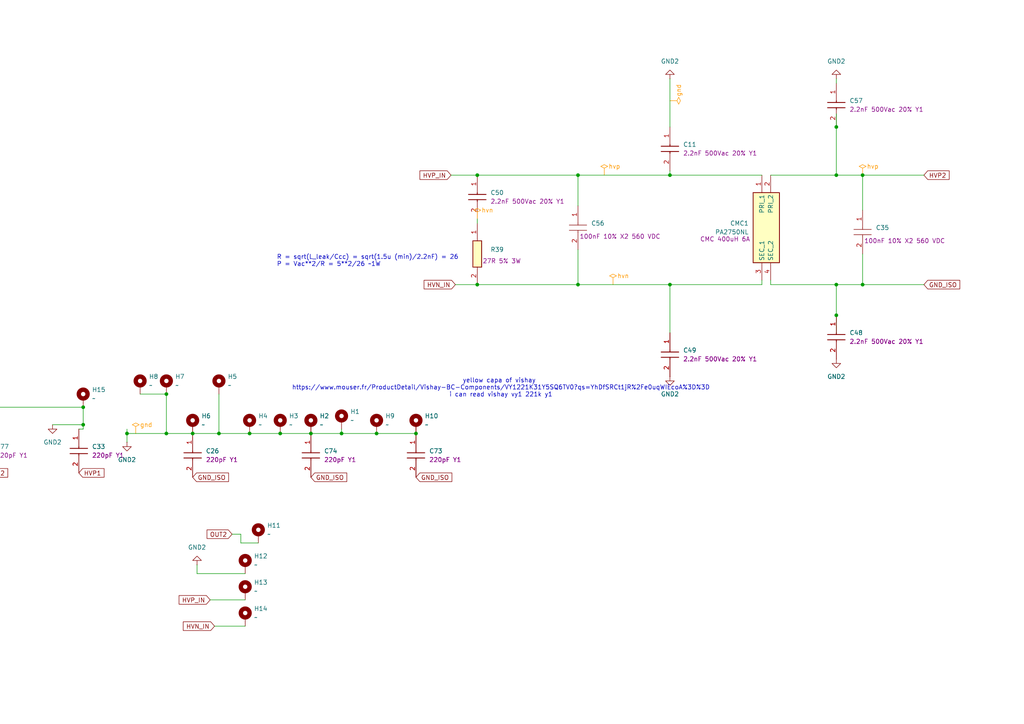
<source format=kicad_sch>
(kicad_sch (version 20250114) (generator "eeschema") (generator_version "9.0")
  (paper "A4")
  (lib_symbols
    (symbol "B81123C1222M:B81123C1222M" (pin_names (hide yes))
      (property "Reference" "C" (at 8.89 6.35 0))
      (property "Value" "B81123C1222M" (at 8.89 3.81 0))
      (symbol "B81123C1222M_1_1"
        (polyline (pts (xy 5.08 0) (xy 5.588 0)) (stroke (width 0.254)))
        (polyline (pts (xy 5.588 2.54) (xy 5.588 -2.54)) (stroke (width 0.254)))
        (polyline (pts (xy 7.112 2.54) (xy 7.112 -2.54)) (stroke (width 0.254)))
        (polyline (pts (xy 7.112 0) (xy 7.62 0)) (stroke (width 0.254)))
        (pin passive line (at 0 0 0) (length 5.08) (name "1") (number "1"))
        (pin passive line (at 12.7 0 180) (length 5.08) (name "2") (number "2"))
      )
    )
    (symbol "LTR100JZPJ270:LTR100JZPJ270" (pin_names (hide yes))
      (property "Reference" "R" (at 13.97 6.35 0))
      (property "Value" "LTR100JZPJ270" (at 13.97 3.81 0))
      (symbol "LTR100JZPJ270_1_1"
        (rectangle (start 5.08 1.27) (end 12.7 -1.27) (stroke (width 0.254)) (fill (type background)))
        (pin passive line (at 0 0 0) (length 5.08) (name "1") (number "1"))
        (pin passive line (at 17.78 0 180) (length 5.08) (name "2") (number "2"))
      )
    )
    (symbol "Mechanical:MountingHole_Pad" (pin_numbers (hide yes)) (pin_names (offset 1.016) (hide yes)) (in_bom no)
      (property "Reference" "H" (at 0 6.35 0))
      (property "Value" "MountingHole_Pad" (at 0 4.445 0))
      (symbol "MountingHole_Pad_0_1"
        (circle (center 0 1.27) (radius 1.27) (stroke (width 1.27)))
      )
      (symbol "MountingHole_Pad_1_1"
        (pin input line (at 0 -2.54 90) (length 2.54) (name "1") (number "1"))
      )
    )
    (symbol "PA2750NL:PA2750NL"
      (property "Reference" "FL" (at 26.67 7.62 0))
      (property "Value" "PA2750NL" (at 26.67 5.08 0))
      (symbol "PA2750NL_1_1"
        (rectangle (start 5.08 2.54) (end 25.4 -5.08) (stroke (width 0.254)) (fill (type background)))
        (pin passive line (at 0 0 0) (length 5.08) (name "PRI_1") (number "1"))
        (pin passive line (at 0 -2.54 0) (length 5.08) (name "PRI_2") (number "2"))
        (pin passive line (at 30.48 0 180) (length 5.08) (name "SEC_1") (number "3"))
        (pin passive line (at 30.48 -2.54 180) (length 5.08) (name "SEC_2") (number "4"))
      )
    )
    (symbol "R46KI310050M1K:R46KI310050M1K" (pin_names (offset 0.762))
      (property "Reference" "C" (at 8.89 6.35 0))
      (property "Value" "R46KI310050M1K" (at 8.89 3.81 0))
      (symbol "R46KI310050M1K_0_0"
        (pin passive line (at 0 0 0) (length 5.08) (name "~") (number "1"))
        (pin passive line (at 12.7 0 180) (length 5.08) (name "~") (number "2"))
      )
      (symbol "R46KI310050M1K_0_1"
        (polyline (pts (xy 5.08 0) (xy 5.588 0)) (stroke (width 0.1524)))
        (polyline (pts (xy 5.588 2.54) (xy 5.588 -2.54)) (stroke (width 0.1524)))
        (polyline (pts (xy 7.112 2.54) (xy 7.112 -2.54)) (stroke (width 0.1524)))
        (polyline (pts (xy 7.112 0) (xy 7.62 0)) (stroke (width 0.1524)))
      )
    )
    (symbol "power:GND2" (power) (pin_numbers (hide yes)) (pin_names (offset 0) (hide yes))
      (property "Value" "GND2" (at 0 -3.81 0))
      (symbol "GND2_0_1"
        (polyline (pts (xy 0 0) (xy 0 -1.27) (xy 1.27 -1.27) (xy 0 -2.54) (xy -1.27 -1.27) (xy 0 -1.27)))
      )
      (symbol "GND2_1_1"
        (pin power_in line (at 0 0 270) (length 0) (name "~") (number "1"))
      )
    )
  )
  (text "R = sqrt(L_leak/Ccc) = sqrt(1.5u (min)/2.2nF) = 26\nP = Vac**2/R = 5**2/26 ~1W" (at 80.264 75.692 0) (effects (font (size 1.27 1.27)) (justify left)))
  (text "yellow capa of vishay \nhttps://www.mouser.fr/ProductDetail/Vishay-BC-Components/VY1221K31Y5SQ6TV0?qs=YhDfSRCt1jR%2Fe0uqWIEcoA%3D%3D\ni can read vishay vy1 221k y1" (at 145.288 112.522 0) (effects (font (size 1.27 1.27))))
  (junction (at 138.43 82.55))
  (junction (at 24.13 118.11))
  (junction (at 138.43 50.8))
  (junction (at 48.26 114.3))
  (junction (at 36.83 125.73))
  (junction (at 250.19 82.55))
  (junction (at 167.64 50.8))
  (junction (at 90.17 125.73))
  (junction (at 250.19 50.8))
  (junction (at 48.26 125.73))
  (junction (at 109.22 125.73))
  (junction (at 242.57 82.55))
  (junction (at 242.57 91.44))
  (junction (at 81.28 125.73))
  (junction (at 242.57 36.83))
  (junction (at -3.81 123.19))
  (junction (at 63.5 125.73))
  (junction (at 194.31 50.8))
  (junction (at 72.39 125.73))
  (junction (at 242.57 50.8))
  (junction (at 194.31 82.55))
  (junction (at 167.64 82.55))
  (junction (at 99.06 125.73))
  (junction (at 120.65 125.73))
  (junction (at 55.88 125.73))
  (junction (at 24.13 123.19))
  (wire (pts (xy 242.57 82.55) (xy 242.57 91.44)))
  (wire (pts (xy -12.7 123.19) (xy -3.81 123.19)))
  (wire (pts (xy 48.26 114.3) (xy 48.26 125.73)))
  (wire (pts (xy 48.26 125.73) (xy 55.88 125.73)))
  (wire (pts (xy 242.57 91.44) (xy 242.57 96.52)))
  (wire (pts (xy 250.19 73.66) (xy 250.19 82.55)))
  (wire (pts (xy 63.5 114.3) (xy 63.5 125.73)))
  (wire (pts (xy 242.57 33.02) (xy 242.57 36.83)))
  (wire (pts (xy 36.83 125.73) (xy 48.26 125.73)))
  (wire (pts (xy 242.57 50.8) (xy 250.19 50.8)))
  (wire (pts (xy 138.43 82.55) (xy 167.64 82.55)))
  (wire (pts (xy 242.57 82.55) (xy 250.19 82.55)))
  (wire (pts (xy 167.64 50.8) (xy 167.64 59.69)))
  (wire (pts (xy 24.13 124.46) (xy 22.86 124.46)))
  (wire (pts (xy 250.19 50.8) (xy 250.19 60.96)))
  (wire (pts (xy 194.31 22.86) (xy 194.31 36.83)))
  (wire (pts (xy 57.15 163.83) (xy 57.15 166.37)))
  (wire (pts (xy 24.13 123.19) (xy 24.13 124.46)))
  (wire (pts (xy 130.81 50.8) (xy 138.43 50.8)))
  (wire (pts (xy 99.06 125.73) (xy 109.22 125.73)))
  (wire (pts (xy 194.31 50.8) (xy 220.98 50.8)))
  (wire (pts (xy 138.43 64.77) (xy 138.43 63.5)))
  (wire (pts (xy 194.31 96.52) (xy 194.31 82.55)))
  (wire (pts (xy 132.08 82.55) (xy 138.43 82.55)))
  (wire (pts (xy 36.83 125.73) (xy 36.83 128.27)))
  (wire (pts (xy 57.15 166.37) (xy 71.12 166.37)))
  (wire (pts (xy 220.98 82.55) (xy 220.98 81.28)))
  (wire (pts (xy 109.22 125.73) (xy 120.65 125.73)))
  (wire (pts (xy 242.57 22.86) (xy 242.57 24.13)))
  (wire (pts (xy 67.31 154.94) (xy 69.85 154.94)))
  (wire (pts (xy 24.13 118.11) (xy 24.13 123.19)))
  (wire (pts (xy 99.06 125.73) (xy 99.06 124.46)))
  (wire (pts (xy 55.88 125.73) (xy 63.5 125.73)))
  (wire (pts (xy 90.17 125.73) (xy 99.06 125.73)))
  (wire (pts (xy -3.81 118.11) (xy 24.13 118.11)))
  (wire (pts (xy 167.64 82.55) (xy 194.31 82.55)))
  (wire (pts (xy 223.52 82.55) (xy 242.57 82.55)))
  (wire (pts (xy 223.52 50.8) (xy 242.57 50.8)))
  (wire (pts (xy -3.81 124.46) (xy -5.08 124.46)))
  (wire (pts (xy 15.24 123.19) (xy 24.13 123.19)))
  (wire (pts (xy 250.19 82.55) (xy 267.97 82.55)))
  (wire (pts (xy 138.43 50.8) (xy 167.64 50.8)))
  (wire (pts (xy 69.85 157.48) (xy 74.93 157.48)))
  (wire (pts (xy 194.31 49.53) (xy 194.31 50.8)))
  (wire (pts (xy 60.96 173.99) (xy 71.12 173.99)))
  (wire (pts (xy 167.64 72.39) (xy 167.64 82.55)))
  (wire (pts (xy 223.52 82.55) (xy 223.52 81.28)))
  (wire (pts (xy 250.19 50.8) (xy 267.97 50.8)))
  (wire (pts (xy 81.28 125.73) (xy 90.17 125.73)))
  (wire (pts (xy 242.57 36.83) (xy 242.57 50.8)))
  (wire (pts (xy 36.83 124.46) (xy 36.83 125.73)))
  (wire (pts (xy 167.64 50.8) (xy 194.31 50.8)))
  (wire (pts (xy 194.31 82.55) (xy 220.98 82.55)))
  (wire (pts (xy 63.5 125.73) (xy 72.39 125.73)))
  (wire (pts (xy 40.64 114.3) (xy 48.26 114.3)))
  (wire (pts (xy 69.85 154.94) (xy 69.85 157.48)))
  (wire (pts (xy -3.81 118.11) (xy -3.81 123.19)))
  (wire (pts (xy 72.39 125.73) (xy 81.28 125.73)))
  (wire (pts (xy 62.23 181.61) (xy 71.12 181.61)))
  (wire (pts (xy -3.81 123.19) (xy -3.81 124.46)))
  (global_label "HVP2" (shape input) (at -5.08 137.16 0) (property "Intersheetrefs" "${INTERSHEET_REFS}" (effects (hide yes))))
  (global_label "HVP_IN" (shape input) (at 60.96 173.99 180) (property "Intersheetrefs" "${INTERSHEET_REFS}" (effects (hide yes))))
  (global_label "HVN_IN" (shape input) (at 132.08 82.55 180) (property "Intersheetrefs" "${INTERSHEET_REFS}" (effects (hide yes))))
  (global_label "GND_ISO" (shape input) (at 120.65 138.43 0) (property "Intersheetrefs" "${INTERSHEET_REFS}" (effects (hide yes))))
  (global_label "GND_ISO" (shape input) (at 55.88 138.43 0) (property "Intersheetrefs" "${INTERSHEET_REFS}" (effects (hide yes))))
  (global_label "HVP2" (shape input) (at 267.97 50.8 0) (property "Intersheetrefs" "${INTERSHEET_REFS}" (effects (hide yes))))
  (global_label "HVP1" (shape input) (at 22.86 137.16 0) (property "Intersheetrefs" "${INTERSHEET_REFS}" (effects (hide yes))))
  (global_label "OUT2" (shape input) (at 67.31 154.94 180) (property "Intersheetrefs" "${INTERSHEET_REFS}" (effects (hide yes))))
  (global_label "GND_ISO" (shape input) (at 90.17 138.43 0) (property "Intersheetrefs" "${INTERSHEET_REFS}" (effects (hide yes))))
  (global_label "HVP_IN" (shape input) (at 130.81 50.8 180) (property "Intersheetrefs" "${INTERSHEET_REFS}" (effects (hide yes))))
  (global_label "HVN_IN" (shape input) (at 62.23 181.61 180) (property "Intersheetrefs" "${INTERSHEET_REFS}" (effects (hide yes))))
  (global_label "GND_ISO" (shape input) (at 267.97 82.55 0) (property "Intersheetrefs" "${INTERSHEET_REFS}" (effects (hide yes))))
  (netclass_flag "" (length 2.54) (shape diamond) (at 250.19 50.8 0) (property "Netclass" "hvp" (at 251.3965 48.26 0) (effects (justify left))))
  (netclass_flag "" (length 2.54) (shape diamond) (at 175.26 50.8 0) (property "Netclass" "hvp" (at 176.4665 48.26 0) (effects (justify left))))
  (netclass_flag "" (length 2.54) (shape diamond) (at 39.37 125.73 0) (property "Netclass" "gnd" (at 40.5765 123.19 0) (effects (justify left))))
  (netclass_flag "" (length 2.54) (shape diamond) (at 194.31 29.21 270) (property "Netclass" "gnd" (at 196.85 28.0035 90) (effects (justify left))))
  (netclass_flag "" (length 2.54) (shape diamond) (at 177.8 82.55 0) (property "Netclass" "hvn" (at 179.0065 80.01 0) (effects (justify left))))
  (netclass_flag "" (length 2.54) (shape diamond) (at 138.43 63.5 0) (property "Netclass" "hvn" (at 139.6365 60.96 0) (effects (justify left))))
  (symbol (lib_id "B81123C1222M:B81123C1222M") (at 242.57 24.13 270) (unit 1)
    (property "Reference" "C57" (at 246.38 29.2099 90) (effects (justify left)))
    (property "Value" "B81123C1222M" (effects (hide yes)))
    (property "Footprint" "B81123C1222M:B81123C1222M" (effects (hide yes)))
    (property "Datasheet" "https://en.tdk-electronics.tdk.com/inf/20/20/db/fc_2009/Y1_B81123.pdf" (effects (hide yes)))
    (property "Description" "2.2nF 500Vac 20% Y1" (at 246.38 31.7499 90) (effects (justify left)))
    (property "Height" "12.5" (effects (hide yes)))
    (property "Mouser Part Number" "871-B81123C1222M" (effects (hide yes)))
    (property "Mouser Price/Stock" "https://www.mouser.co.uk/ProductDetail/EPCOS-TDK/B81123C1222M?qs=Gus83tocK7veFAufT0DP%2FQ%3D%3D" (effects (hide yes)))
    (property "Manufacturer_Name" "TDK" (effects (hide yes)))
    (property "Manufacturer_Part_Number" "B81123C1222M" (effects (hide yes)))
  )
  (symbol (lib_id "Mechanical:MountingHole_Pad") (at 71.12 171.45 0) (unit 1) (in_bom no)
    (property "Reference" "H13" (at 73.66 168.9099 0) (effects (justify left)))
    (property "Value" "~" (at 73.66 171.4499 0) (effects (justify left)))
    (property "Footprint" "MountingHole:MountingHole_4.5mm_Pad_Via" (effects (hide yes)))
    (property "Description" "Mounting Hole with connection" (effects (hide yes)))
  )
  (symbol (lib_id "B81123C1222M:B81123C1222M") (at 22.86 124.46 270) (unit 1)
    (property "Reference" "C33" (at 26.67 129.5399 90) (effects (justify left)))
    (property "Value" "VY1221K31Y5SQ6TV0" (effects (hide yes)))
    (property "Footprint" "Capacitor_THT:C_Disc_D7.5mm_W5.0mm_P10.00mm" (effects (hide yes)))
    (property "Datasheet" "https://www.vishay.com/docs/28537/vy1series.pdf" (effects (hide yes)))
    (property "Description" "220pF Y1" (at 26.67 132.0799 90) (effects (justify left)))
    (property "Height" "8" (effects (hide yes)))
    (property "Mouser Part Number" "72-VY1221K31Y5SQ6TV0" (effects (hide yes)))
    (property "Manufacturer_Name" "Vishay" (effects (hide yes)))
  )
  (symbol (lib_id "power:GND2") (at 242.57 22.86 0) (mirror x) (unit 1)
    (property "Reference" "#PWR048" (effects (hide yes)))
    (property "Value" "GND2" (at 242.57 17.78 0))
    (property "Description" "Power symbol creates a global label with name \"GND2\" , ground" (effects (hide yes)))
  )
  (symbol (lib_id "Mechanical:MountingHole_Pad") (at 90.17 123.19 0) (unit 1) (in_bom no)
    (property "Reference" "H2" (at 92.71 120.6499 0) (effects (justify left)))
    (property "Value" "~" (at 92.71 123.1899 0) (effects (justify left)))
    (property "Footprint" "MountingHole:MountingHole_2.7mm_M2.5_Pad_Via" (effects (hide yes)))
    (property "Description" "Mounting Hole with connection" (effects (hide yes)))
  )
  (symbol (lib_id "B81123C1222M:B81123C1222M") (at 242.57 91.44 270) (unit 1)
    (property "Reference" "C48" (at 246.38 96.5199 90) (effects (justify left)))
    (property "Value" "B81123C1222M" (effects (hide yes)))
    (property "Footprint" "B81123C1222M:B81123C1222M" (effects (hide yes)))
    (property "Datasheet" "https://en.tdk-electronics.tdk.com/inf/20/20/db/fc_2009/Y1_B81123.pdf" (effects (hide yes)))
    (property "Description" "2.2nF 500Vac 20% Y1" (at 246.38 99.0599 90) (effects (justify left)))
    (property "Height" "12.5" (effects (hide yes)))
    (property "Mouser Part Number" "871-B81123C1222M" (effects (hide yes)))
    (property "Mouser Price/Stock" "https://www.mouser.co.uk/ProductDetail/EPCOS-TDK/B81123C1222M?qs=Gus83tocK7veFAufT0DP%2FQ%3D%3D" (effects (hide yes)))
    (property "Manufacturer_Name" "TDK" (effects (hide yes)))
    (property "Manufacturer_Part_Number" "B81123C1222M" (effects (hide yes)))
  )
  (symbol (lib_id "Mechanical:MountingHole_Pad") (at 40.64 111.76 0) (unit 1) (in_bom no)
    (property "Reference" "H8" (at 43.18 109.2199 0) (effects (justify left)))
    (property "Value" "~" (at 43.18 111.7599 0) (effects (justify left)))
    (property "Footprint" "MountingHole:MountingHole_2.7mm_M2.5_Pad_Via" (effects (hide yes)))
    (property "Description" "Mounting Hole with connection" (effects (hide yes)))
  )
  (symbol (lib_id "PA2750NL:PA2750NL") (at 220.98 50.8 90) (mirror x) (unit 1)
    (property "Reference" "CMC1" (at 217.17 64.7699 90) (effects (justify left)))
    (property "Value" "PA2750NL" (at 217.17 67.3099 90) (effects (justify left)))
    (property "Footprint" "PA2750NL:PA2750NL" (effects (hide yes)))
    (property "Datasheet" "https://www.arrow.com/en/products/pa2750nl/pulse-electronics-corporation" (effects (hide yes)))
    (property "Description" "CMC 400uH 6A" (at 210.312 69.342 90))
    (property "Height" "10" (effects (hide yes)))
    (property "Mouser Part Number" "673-PA2750NL" (effects (hide yes)))
    (property "Mouser Price/Stock" "https://www.mouser.co.uk/ProductDetail/Pulse-Electronics/PA2750NL?qs=%252BUGZmmosPSKMfqU1auiJGA%3D%3D" (effects (hide yes)))
    (property "Manufacturer_Name" "PULSE" (effects (hide yes)))
    (property "Manufacturer_Part_Number" "PA2750NL" (effects (hide yes)))
  )
  (symbol (lib_id "Mechanical:MountingHole_Pad") (at 109.22 123.19 0) (unit 1) (in_bom no)
    (property "Reference" "H9" (at 111.76 120.6499 0) (effects (justify left)))
    (property "Value" "~" (at 111.76 123.1899 0) (effects (justify left)))
    (property "Footprint" "MountingHole:MountingHole_2.7mm_M2.5_Pad_Via" (effects (hide yes)))
    (property "Description" "Mounting Hole with connection" (effects (hide yes)))
  )
  (symbol (lib_id "Mechanical:MountingHole_Pad") (at 74.93 154.94 0) (unit 1) (in_bom no)
    (property "Reference" "H11" (at 77.47 152.3999 0) (effects (justify left)))
    (property "Value" "~" (at 77.47 154.9399 0) (effects (justify left)))
    (property "Footprint" "MountingHole:MountingHole_4.5mm_Pad_Via" (effects (hide yes)))
    (property "Description" "Mounting Hole with connection" (effects (hide yes)))
  )
  (symbol (lib_id "Mechanical:MountingHole_Pad") (at 55.88 123.19 0) (unit 1) (in_bom no)
    (property "Reference" "H6" (at 58.42 120.6499 0) (effects (justify left)))
    (property "Value" "~" (at 58.42 123.1899 0) (effects (justify left)))
    (property "Footprint" "MountingHole:MountingHole_2.7mm_M2.5_Pad_Via" (effects (hide yes)))
    (property "Description" "Mounting Hole with connection" (effects (hide yes)))
  )
  (symbol (lib_id "B81123C1222M:B81123C1222M") (at 194.31 36.83 270) (unit 1)
    (property "Reference" "C11" (at 198.12 41.9099 90) (effects (justify left)))
    (property "Value" "B81123C1222M" (effects (hide yes)))
    (property "Footprint" "B81123C1222M:B81123C1222M" (effects (hide yes)))
    (property "Datasheet" "https://en.tdk-electronics.tdk.com/inf/20/20/db/fc_2009/Y1_B81123.pdf" (effects (hide yes)))
    (property "Description" "2.2nF 500Vac 20% Y1" (at 198.12 44.4499 90) (effects (justify left)))
    (property "Height" "12.5" (effects (hide yes)))
    (property "Mouser Part Number" "871-B81123C1222M" (effects (hide yes)))
    (property "Mouser Price/Stock" "https://www.mouser.co.uk/ProductDetail/EPCOS-TDK/B81123C1222M?qs=Gus83tocK7veFAufT0DP%2FQ%3D%3D" (effects (hide yes)))
    (property "Manufacturer_Name" "TDK" (effects (hide yes)))
    (property "Manufacturer_Part_Number" "B81123C1222M" (effects (hide yes)))
  )
  (symbol (lib_id "B81123C1222M:B81123C1222M") (at 194.31 96.52 270) (unit 1)
    (property "Reference" "C49" (at 198.12 101.5999 90) (effects (justify left)))
    (property "Value" "B81123C1222M" (effects (hide yes)))
    (property "Footprint" "B81123C1222M:B81123C1222M" (effects (hide yes)))
    (property "Datasheet" "https://en.tdk-electronics.tdk.com/inf/20/20/db/fc_2009/Y1_B81123.pdf" (effects (hide yes)))
    (property "Description" "2.2nF 500Vac 20% Y1" (at 198.12 104.1399 90) (effects (justify left)))
    (property "Height" "12.5" (effects (hide yes)))
    (property "Mouser Part Number" "871-B81123C1222M" (effects (hide yes)))
    (property "Mouser Price/Stock" "https://www.mouser.co.uk/ProductDetail/EPCOS-TDK/B81123C1222M?qs=Gus83tocK7veFAufT0DP%2FQ%3D%3D" (effects (hide yes)))
    (property "Manufacturer_Name" "TDK" (effects (hide yes)))
    (property "Manufacturer_Part_Number" "B81123C1222M" (effects (hide yes)))
  )
  (symbol (lib_id "power:GND2") (at 57.15 163.83 180) (unit 1)
    (property "Reference" "#PWR026" (effects (hide yes)))
    (property "Value" "GND2" (at 57.15 158.75 0))
    (property "Description" "Power symbol creates a global label with name \"GND2\" , ground" (effects (hide yes)))
  )
  (symbol (lib_id "power:GND2") (at 194.31 109.22 0) (unit 1)
    (property "Reference" "#PWR044" (effects (hide yes)))
    (property "Value" "GND2" (at 194.31 114.3 0))
    (property "Description" "Power symbol creates a global label with name \"GND2\" , ground" (effects (hide yes)))
  )
  (symbol (lib_id "power:GND2") (at 194.31 22.86 0) (mirror x) (unit 1)
    (property "Reference" "#PWR047" (effects (hide yes)))
    (property "Value" "GND2" (at 194.31 17.78 0))
    (property "Description" "Power symbol creates a global label with name \"GND2\" , ground" (effects (hide yes)))
  )
  (symbol (lib_id "B81123C1222M:B81123C1222M") (at 90.17 125.73 270) (unit 1)
    (property "Reference" "C74" (at 93.98 130.8099 90) (effects (justify left)))
    (property "Value" "VY1221K31Y5SQ6TV0" (effects (hide yes)))
    (property "Footprint" "Capacitor_THT:C_Disc_D7.5mm_W5.0mm_P10.00mm" (effects (hide yes)))
    (property "Datasheet" "https://www.vishay.com/docs/28537/vy1series.pdf" (effects (hide yes)))
    (property "Description" "220pF Y1" (at 93.98 133.3499 90) (effects (justify left)))
    (property "Height" "8" (effects (hide yes)))
    (property "Mouser Part Number" "72-VY1221K31Y5SQ6TV0" (effects (hide yes)))
    (property "Manufacturer_Name" "Vishay" (effects (hide yes)))
  )
  (symbol (lib_id "LTR100JZPJ270:LTR100JZPJ270") (at 138.43 64.77 270) (unit 1)
    (property "Reference" "R39" (at 142.24 72.3899 90) (effects (justify left)))
    (property "Value" "LTR100JZPJ270" (effects (hide yes)))
    (property "Footprint" "LTR100JZPJ270:RESC3264X70N" (effects (hide yes)))
    (property "Datasheet" "https://fscdn.rohm.com/jp/products/databook/datasheet/passive/resistor/chip_resistor/ltr-j.pdf" (effects (hide yes)))
    (property "Description" "27R 5% 3W" (at 145.542 75.692 90))
    (property "Height" "0.7" (effects (hide yes)))
    (property "Mouser Part Number" "755-LTR100JZPJ270" (effects (hide yes)))
    (property "Mouser Price/Stock" "https://www.mouser.co.uk/ProductDetail/ROHM-Semiconductor/LTR100JZPJ270?qs=rQFj71Wb1eXV0Qkg%2F%252B7akg%3D%3D" (effects (hide yes)))
    (property "Manufacturer_Name" "ROHM Semiconductor" (effects (hide yes)))
    (property "Manufacturer_Part_Number" "LTR100JZPJ270" (effects (hide yes)))
  )
  (symbol (lib_id "power:GND2") (at -12.7 123.19 0) (unit 1)
    (property "Reference" "#PWR036" (effects (hide yes)))
    (property "Value" "GND2" (at -12.7 128.27 0))
    (property "Description" "Power symbol creates a global label with name \"GND2\" , ground" (effects (hide yes)))
  )
  (symbol (lib_id "Mechanical:MountingHole_Pad") (at 81.28 123.19 0) (unit 1) (in_bom no)
    (property "Reference" "H3" (at 83.82 120.6499 0) (effects (justify left)))
    (property "Value" "~" (at 83.82 123.1899 0) (effects (justify left)))
    (property "Footprint" "MountingHole:MountingHole_2.7mm_M2.5_Pad_Via" (effects (hide yes)))
    (property "Description" "Mounting Hole with connection" (effects (hide yes)))
  )
  (symbol (lib_id "Mechanical:MountingHole_Pad") (at 99.06 121.92 0) (unit 1) (in_bom no)
    (property "Reference" "H1" (at 101.6 119.3799 0) (effects (justify left)))
    (property "Value" "~" (at 101.6 121.9199 0) (effects (justify left)))
    (property "Footprint" "MountingHole:MountingHole_2.7mm_M2.5_Pad_Via" (effects (hide yes)))
    (property "Description" "Mounting Hole with connection" (effects (hide yes)))
  )
  (symbol (lib_id "power:GND2") (at 242.57 104.14 0) (unit 1)
    (property "Reference" "#PWR046" (effects (hide yes)))
    (property "Value" "GND2" (at 242.57 109.22 0))
    (property "Description" "Power symbol creates a global label with name \"GND2\" , ground" (effects (hide yes)))
  )
  (symbol (lib_id "Mechanical:MountingHole_Pad") (at 48.26 111.76 0) (unit 1) (in_bom no)
    (property "Reference" "H7" (at 50.8 109.2199 0) (effects (justify left)))
    (property "Value" "~" (at 50.8 111.7599 0) (effects (justify left)))
    (property "Footprint" "MountingHole:MountingHole_2.7mm_M2.5_Pad_Via" (effects (hide yes)))
    (property "Description" "Mounting Hole with connection" (effects (hide yes)))
  )
  (symbol (lib_id "R46KI310050M1K:R46KI310050M1K") (at 167.64 59.69 270) (unit 1)
    (property "Reference" "C56" (at 171.45 64.7699 90) (effects (justify left)))
    (property "Value" "R46KI310050M1K" (effects (hide yes)))
    (property "Footprint" "R46KI310050M1K:R46KI310050M1K" (effects (hide yes)))
    (property "Datasheet" "https://search.kemet.com/component-documentation/download/specsheet/R46KI310050M1K" (effects (hide yes)))
    (property "Description" "100nF 10% X2 560 VDC" (at 179.832 68.58 90))
    (property "Height" "11.1" (effects (hide yes)))
    (property "Mouser Part Number" "80-R46KI310050M1K" (effects (hide yes)))
    (property "Mouser Price/Stock" "https://www.mouser.co.uk/ProductDetail/KEMET/R46KI310050M1K/?qs=D0iH%252BVFiYPMp3c4CZzIXlA%3D%3D" (effects (hide yes)))
    (property "Manufacturer_Name" "KEMET" (effects (hide yes)))
    (property "Manufacturer_Part_Number" "R46KI310050M1K" (effects (hide yes)))
    (property "Field10" "R46 275 VAC, Film, Metallized Polypropylene, Safety, 0.1 uF, 10%, 275 VAC (X2), 560 VDC, 110C, 15mm" (effects (hide yes)))
  )
  (symbol (lib_id "Mechanical:MountingHole_Pad") (at 72.39 123.19 0) (unit 1) (in_bom no)
    (property "Reference" "H4" (at 74.93 120.6499 0) (effects (justify left)))
    (property "Value" "~" (at 74.93 123.1899 0) (effects (justify left)))
    (property "Footprint" "MountingHole:MountingHole_2.7mm_M2.5_Pad_Via" (effects (hide yes)))
    (property "Description" "Mounting Hole with connection" (effects (hide yes)))
  )
  (symbol (lib_id "Mechanical:MountingHole_Pad") (at 24.13 115.57 0) (unit 1) (in_bom no)
    (property "Reference" "H15" (at 26.67 113.0299 0) (effects (justify left)))
    (property "Value" "~" (at 26.67 115.5699 0) (effects (justify left)))
    (property "Footprint" "MountingHole:MountingHole_2.7mm_M2.5_Pad_Via" (effects (hide yes)))
    (property "Description" "Mounting Hole with connection" (effects (hide yes)))
  )
  (symbol (lib_id "B81123C1222M:B81123C1222M") (at 120.65 125.73 270) (unit 1)
    (property "Reference" "C73" (at 124.46 130.8099 90) (effects (justify left)))
    (property "Value" "VY1221K31Y5SQ6TV0" (effects (hide yes)))
    (property "Footprint" "Capacitor_THT:C_Disc_D7.5mm_W5.0mm_P10.00mm" (effects (hide yes)))
    (property "Datasheet" "https://www.vishay.com/docs/28537/vy1series.pdf" (effects (hide yes)))
    (property "Description" "220pF Y1" (at 124.46 133.3499 90) (effects (justify left)))
    (property "Height" "8" (effects (hide yes)))
    (property "Mouser Part Number" "72-VY1221K31Y5SQ6TV0" (effects (hide yes)))
    (property "Manufacturer_Name" "Vishay" (effects (hide yes)))
  )
  (symbol (lib_id "Mechanical:MountingHole_Pad") (at 63.5 111.76 0) (unit 1) (in_bom no)
    (property "Reference" "H5" (at 66.04 109.2199 0) (effects (justify left)))
    (property "Value" "~" (at 66.04 111.7599 0) (effects (justify left)))
    (property "Footprint" "MountingHole:MountingHole_2.7mm_M2.5_Pad_Via" (effects (hide yes)))
    (property "Description" "Mounting Hole with connection" (effects (hide yes)))
  )
  (symbol (lib_id "B81123C1222M:B81123C1222M") (at 55.88 125.73 270) (unit 1)
    (property "Reference" "C26" (at 59.69 130.8099 90) (effects (justify left)))
    (property "Value" "VY1221K31Y5SQ6TV0" (effects (hide yes)))
    (property "Footprint" "Capacitor_THT:C_Disc_D7.5mm_W5.0mm_P10.00mm" (effects (hide yes)))
    (property "Datasheet" "https://www.vishay.com/docs/28537/vy1series.pdf" (effects (hide yes)))
    (property "Description" "220pF Y1" (at 59.69 133.3499 90) (effects (justify left)))
    (property "Height" "8" (effects (hide yes)))
    (property "Mouser Part Number" "72-VY1221K31Y5SQ6TV0" (effects (hide yes)))
    (property "Manufacturer_Name" "Vishay" (effects (hide yes)))
  )
  (symbol (lib_id "R46KI310050M1K:R46KI310050M1K") (at 250.19 60.96 270) (unit 1)
    (property "Reference" "C35" (at 254 66.0399 90) (effects (justify left)))
    (property "Value" "R46KI310050M1K" (effects (hide yes)))
    (property "Footprint" "R46KI310050M1K:R46KI310050M1K" (effects (hide yes)))
    (property "Datasheet" "https://search.kemet.com/component-documentation/download/specsheet/R46KI310050M1K" (effects (hide yes)))
    (property "Description" "100nF 10% X2 560 VDC" (at 262.382 69.85 90))
    (property "Height" "11.1" (effects (hide yes)))
    (property "Mouser Part Number" "80-R46KI310050M1K" (effects (hide yes)))
    (property "Mouser Price/Stock" "https://www.mouser.co.uk/ProductDetail/KEMET/R46KI310050M1K/?qs=D0iH%252BVFiYPMp3c4CZzIXlA%3D%3D" (effects (hide yes)))
    (property "Manufacturer_Name" "KEMET" (effects (hide yes)))
    (property "Manufacturer_Part_Number" "R46KI310050M1K" (effects (hide yes)))
    (property "Field10" "R46 275 VAC, Film, Metallized Polypropylene, Safety, 0.1 uF, 10%, 275 VAC (X2), 560 VDC, 110C, 15mm" (effects (hide yes)))
  )
  (symbol (lib_id "power:GND2") (at 15.24 123.19 0) (unit 1)
    (property "Reference" "#PWR033" (effects (hide yes)))
    (property "Value" "GND2" (at 15.24 128.27 0))
    (property "Description" "Power symbol creates a global label with name \"GND2\" , ground" (effects (hide yes)))
  )
  (symbol (lib_id "B81123C1222M:B81123C1222M") (at 138.43 50.8 270) (unit 1)
    (property "Reference" "C50" (at 142.24 55.8799 90) (effects (justify left)))
    (property "Value" "B81123C1222M" (effects (hide yes)))
    (property "Footprint" "B81123C1222M:B81123C1222M" (effects (hide yes)))
    (property "Datasheet" "https://en.tdk-electronics.tdk.com/inf/20/20/db/fc_2009/Y1_B81123.pdf" (effects (hide yes)))
    (property "Description" "2.2nF 500Vac 20% Y1" (at 142.24 58.4199 90) (effects (justify left)))
    (property "Height" "12.5" (effects (hide yes)))
    (property "Mouser Part Number" "871-B81123C1222M" (effects (hide yes)))
    (property "Mouser Price/Stock" "https://www.mouser.co.uk/ProductDetail/EPCOS-TDK/B81123C1222M?qs=Gus83tocK7veFAufT0DP%2FQ%3D%3D" (effects (hide yes)))
    (property "Manufacturer_Name" "TDK" (effects (hide yes)))
    (property "Manufacturer_Part_Number" "B81123C1222M" (effects (hide yes)))
  )
  (symbol (lib_id "Mechanical:MountingHole_Pad") (at 120.65 123.19 0) (unit 1) (in_bom no)
    (property "Reference" "H10" (at 123.19 120.6499 0) (effects (justify left)))
    (property "Value" "~" (at 123.19 123.1899 0) (effects (justify left)))
    (property "Footprint" "MountingHole:MountingHole_2.7mm_M2.5_Pad_Via" (effects (hide yes)))
    (property "Description" "Mounting Hole with connection" (effects (hide yes)))
  )
  (symbol (lib_id "Mechanical:MountingHole_Pad") (at 71.12 163.83 0) (unit 1) (in_bom no)
    (property "Reference" "H12" (at 73.66 161.2899 0) (effects (justify left)))
    (property "Value" "~" (at 73.66 163.8299 0) (effects (justify left)))
    (property "Footprint" "MountingHole:MountingHole_4.5mm_Pad_Via" (effects (hide yes)))
    (property "Description" "Mounting Hole with connection" (effects (hide yes)))
  )
  (symbol (lib_id "power:GND2") (at 36.83 128.27 0) (unit 1)
    (property "Reference" "#PWR032" (effects (hide yes)))
    (property "Value" "GND2" (at 36.83 133.35 0))
    (property "Description" "Power symbol creates a global label with name \"GND2\" , ground" (effects (hide yes)))
  )
  (symbol (lib_id "Mechanical:MountingHole_Pad") (at 71.12 179.07 0) (unit 1) (in_bom no)
    (property "Reference" "H14" (at 73.66 176.5299 0) (effects (justify left)))
    (property "Value" "~" (at 73.66 179.0699 0) (effects (justify left)))
    (property "Footprint" "MountingHole:MountingHole_4.5mm_Pad_Via" (effects (hide yes)))
    (property "Description" "Mounting Hole with connection" (effects (hide yes)))
  )
  (symbol (lib_id "B81123C1222M:B81123C1222M") (at -5.08 124.46 270) (unit 1)
    (property "Reference" "C77" (at -1.27 129.5399 90) (effects (justify left)))
    (property "Value" "VY1221K31Y5SQ6TV0" (effects (hide yes)))
    (property "Footprint" "Capacitor_THT:C_Disc_D7.5mm_W5.0mm_P10.00mm" (effects (hide yes)))
    (property "Datasheet" "https://www.vishay.com/docs/28537/vy1series.pdf" (effects (hide yes)))
    (property "Description" "220pF Y1" (at -1.27 132.0799 90) (effects (justify left)))
    (property "Height" "8" (effects (hide yes)))
    (property "Mouser Part Number" "72-VY1221K31Y5SQ6TV0" (effects (hide yes)))
    (property "Manufacturer_Name" "Vishay" (effects (hide yes)))
  )
)
</source>
